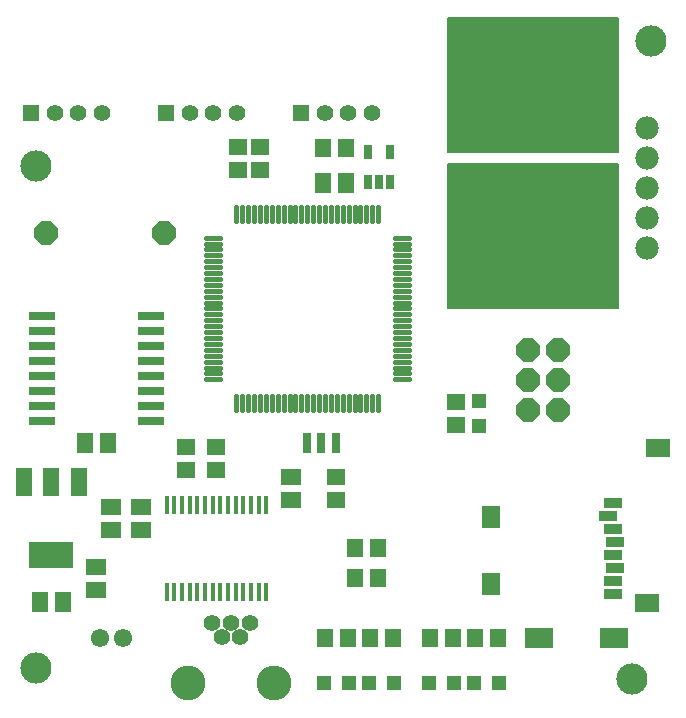
<source format=gts>
G75*
%MOIN*%
%OFA0B0*%
%FSLAX24Y24*%
%IPPOS*%
%LPD*%
%AMOC8*
5,1,8,0,0,1.08239X$1,22.5*
%
%ADD10C,0.0050*%
%ADD11C,0.1040*%
%ADD12R,0.0670X0.0552*%
%ADD13R,0.0552X0.0631*%
%ADD14R,0.0552X0.0670*%
%ADD15R,0.0906X0.0276*%
%ADD16C,0.0158*%
%ADD17R,0.0512X0.0512*%
%ADD18OC8,0.0800*%
%ADD19OC8,0.0780*%
%ADD20R,0.0177X0.0590*%
%ADD21R,0.0631X0.0552*%
%ADD22C,0.0555*%
%ADD23C,0.1162*%
%ADD24R,0.0520X0.0920*%
%ADD25R,0.1457X0.0906*%
%ADD26R,0.0591X0.0749*%
%ADD27R,0.0788X0.0591*%
%ADD28R,0.0631X0.0355*%
%ADD29R,0.0749X0.0670*%
%ADD30R,0.0257X0.0512*%
%ADD31R,0.0555X0.0555*%
%ADD32R,0.0316X0.0709*%
%ADD33C,0.0610*%
%ADD34C,0.2340*%
%ADD35R,0.0946X0.0670*%
%ADD36C,0.0780*%
D10*
X020558Y019000D02*
X020558Y023800D01*
X026215Y023800D01*
X026215Y019000D01*
X020558Y019000D01*
X020558Y019032D02*
X026215Y019032D01*
X026215Y019080D02*
X020558Y019080D01*
X020558Y019129D02*
X026215Y019129D01*
X026215Y019177D02*
X020558Y019177D01*
X020558Y019226D02*
X026215Y019226D01*
X026215Y019274D02*
X020558Y019274D01*
X020558Y019323D02*
X026215Y019323D01*
X026215Y019371D02*
X020558Y019371D01*
X020558Y019420D02*
X026215Y019420D01*
X026215Y019468D02*
X020558Y019468D01*
X020558Y019517D02*
X026215Y019517D01*
X026215Y019565D02*
X020558Y019565D01*
X020558Y019614D02*
X026215Y019614D01*
X026215Y019662D02*
X020558Y019662D01*
X020558Y019711D02*
X026215Y019711D01*
X026215Y019759D02*
X020558Y019759D01*
X020558Y019808D02*
X026215Y019808D01*
X026215Y019856D02*
X020558Y019856D01*
X020558Y019905D02*
X026215Y019905D01*
X026215Y019953D02*
X020558Y019953D01*
X020558Y020002D02*
X026215Y020002D01*
X026215Y020050D02*
X020558Y020050D01*
X020558Y020099D02*
X026215Y020099D01*
X026215Y020147D02*
X020558Y020147D01*
X020558Y020196D02*
X026215Y020196D01*
X026215Y020244D02*
X020558Y020244D01*
X020558Y020293D02*
X026215Y020293D01*
X026215Y020341D02*
X020558Y020341D01*
X020558Y020390D02*
X026215Y020390D01*
X026215Y020438D02*
X020558Y020438D01*
X020558Y020487D02*
X026215Y020487D01*
X026215Y020535D02*
X020558Y020535D01*
X020558Y020584D02*
X026215Y020584D01*
X026215Y020632D02*
X020558Y020632D01*
X020558Y020681D02*
X026215Y020681D01*
X026215Y020729D02*
X020558Y020729D01*
X020558Y020778D02*
X026215Y020778D01*
X026215Y020826D02*
X020558Y020826D01*
X020558Y020875D02*
X026215Y020875D01*
X026215Y020923D02*
X020558Y020923D01*
X020558Y020972D02*
X026215Y020972D01*
X026215Y021020D02*
X020558Y021020D01*
X020558Y021069D02*
X026215Y021069D01*
X026215Y021117D02*
X020558Y021117D01*
X020558Y021166D02*
X026215Y021166D01*
X026215Y021214D02*
X020558Y021214D01*
X020558Y021263D02*
X026215Y021263D01*
X026215Y021311D02*
X020558Y021311D01*
X020558Y021360D02*
X026215Y021360D01*
X026215Y021408D02*
X020558Y021408D01*
X020558Y021457D02*
X026215Y021457D01*
X026215Y021505D02*
X020558Y021505D01*
X020558Y021554D02*
X026215Y021554D01*
X026215Y021602D02*
X020558Y021602D01*
X020558Y021651D02*
X026215Y021651D01*
X026215Y021699D02*
X020558Y021699D01*
X020558Y021748D02*
X026215Y021748D01*
X026215Y021796D02*
X020558Y021796D01*
X020558Y021845D02*
X026215Y021845D01*
X026215Y021893D02*
X020558Y021893D01*
X020558Y021942D02*
X026215Y021942D01*
X026215Y021990D02*
X020558Y021990D01*
X020558Y022039D02*
X026215Y022039D01*
X026215Y022087D02*
X020558Y022087D01*
X020558Y022136D02*
X026215Y022136D01*
X026215Y022184D02*
X020558Y022184D01*
X020558Y022233D02*
X026215Y022233D01*
X026215Y022281D02*
X020558Y022281D01*
X020558Y022330D02*
X026215Y022330D01*
X026215Y022378D02*
X020558Y022378D01*
X020558Y022427D02*
X026215Y022427D01*
X026215Y022475D02*
X020558Y022475D01*
X020558Y022524D02*
X026215Y022524D01*
X026215Y022572D02*
X020558Y022572D01*
X020558Y022621D02*
X026215Y022621D01*
X026215Y022669D02*
X020558Y022669D01*
X020558Y022718D02*
X026215Y022718D01*
X026215Y022766D02*
X020558Y022766D01*
X020558Y022815D02*
X026215Y022815D01*
X026215Y022863D02*
X020558Y022863D01*
X020558Y022912D02*
X026215Y022912D01*
X026215Y022960D02*
X020558Y022960D01*
X020558Y023009D02*
X026215Y023009D01*
X026215Y023057D02*
X020558Y023057D01*
X020558Y023106D02*
X026215Y023106D01*
X026215Y023154D02*
X020558Y023154D01*
X020558Y023203D02*
X026215Y023203D01*
X026215Y023251D02*
X020558Y023251D01*
X020558Y023300D02*
X026215Y023300D01*
X026215Y023348D02*
X020558Y023348D01*
X020558Y023397D02*
X026215Y023397D01*
X026215Y023445D02*
X020558Y023445D01*
X020558Y023494D02*
X026215Y023494D01*
X026215Y023542D02*
X020558Y023542D01*
X020558Y023591D02*
X026215Y023591D01*
X026215Y023639D02*
X020558Y023639D01*
X020558Y023688D02*
X026215Y023688D01*
X026215Y023736D02*
X020558Y023736D01*
X020558Y023785D02*
X026215Y023785D01*
X026215Y024200D02*
X020558Y024200D01*
X020558Y026968D01*
X020553Y026968D01*
X020553Y028689D01*
X026215Y028689D01*
X026215Y024200D01*
X026215Y024221D02*
X020558Y024221D01*
X020558Y024270D02*
X026215Y024270D01*
X026215Y024318D02*
X020558Y024318D01*
X020558Y024367D02*
X026215Y024367D01*
X026215Y024415D02*
X020558Y024415D01*
X020558Y024464D02*
X026215Y024464D01*
X026215Y024512D02*
X020558Y024512D01*
X020558Y024561D02*
X026215Y024561D01*
X026215Y024609D02*
X020558Y024609D01*
X020558Y024658D02*
X026215Y024658D01*
X026215Y024706D02*
X020558Y024706D01*
X020558Y024755D02*
X026215Y024755D01*
X026215Y024803D02*
X020558Y024803D01*
X020558Y024852D02*
X026215Y024852D01*
X026215Y024900D02*
X020558Y024900D01*
X020558Y024949D02*
X026215Y024949D01*
X026215Y024997D02*
X020558Y024997D01*
X020558Y025046D02*
X026215Y025046D01*
X026215Y025094D02*
X020558Y025094D01*
X020558Y025143D02*
X026215Y025143D01*
X026215Y025191D02*
X020558Y025191D01*
X020558Y025240D02*
X026215Y025240D01*
X026215Y025288D02*
X020558Y025288D01*
X020558Y025337D02*
X026215Y025337D01*
X026215Y025385D02*
X020558Y025385D01*
X020558Y025434D02*
X026215Y025434D01*
X026215Y025482D02*
X020558Y025482D01*
X020558Y025531D02*
X026215Y025531D01*
X026215Y025579D02*
X020558Y025579D01*
X020558Y025628D02*
X026215Y025628D01*
X026215Y025676D02*
X020558Y025676D01*
X020558Y025725D02*
X026215Y025725D01*
X026215Y025773D02*
X020558Y025773D01*
X020558Y025822D02*
X026215Y025822D01*
X026215Y025870D02*
X020558Y025870D01*
X020558Y025919D02*
X026215Y025919D01*
X026215Y025967D02*
X020558Y025967D01*
X020558Y026016D02*
X026215Y026016D01*
X026215Y026064D02*
X020558Y026064D01*
X020558Y026113D02*
X026215Y026113D01*
X026215Y026161D02*
X020558Y026161D01*
X020558Y026210D02*
X026215Y026210D01*
X026215Y026258D02*
X020558Y026258D01*
X020558Y026307D02*
X026215Y026307D01*
X026215Y026355D02*
X020558Y026355D01*
X020558Y026404D02*
X026215Y026404D01*
X026215Y026452D02*
X020558Y026452D01*
X020558Y026501D02*
X026215Y026501D01*
X026215Y026549D02*
X020558Y026549D01*
X020558Y026598D02*
X026215Y026598D01*
X026215Y026646D02*
X020558Y026646D01*
X020558Y026695D02*
X026215Y026695D01*
X026215Y026743D02*
X020558Y026743D01*
X020558Y026792D02*
X026215Y026792D01*
X026215Y026840D02*
X020558Y026840D01*
X020558Y026889D02*
X026215Y026889D01*
X026215Y026937D02*
X020558Y026937D01*
X020553Y026986D02*
X026215Y026986D01*
X026215Y027034D02*
X020553Y027034D01*
X020553Y027083D02*
X026215Y027083D01*
X026215Y027131D02*
X020553Y027131D01*
X020553Y027180D02*
X026215Y027180D01*
X026215Y027228D02*
X020553Y027228D01*
X020553Y027277D02*
X026215Y027277D01*
X026215Y027325D02*
X020553Y027325D01*
X020553Y027374D02*
X026215Y027374D01*
X026215Y027422D02*
X020553Y027422D01*
X020553Y027471D02*
X026215Y027471D01*
X026215Y027519D02*
X020553Y027519D01*
X020553Y027568D02*
X026215Y027568D01*
X026215Y027616D02*
X020553Y027616D01*
X020553Y027665D02*
X026215Y027665D01*
X026215Y027713D02*
X020553Y027713D01*
X020553Y027762D02*
X026215Y027762D01*
X026215Y027810D02*
X020553Y027810D01*
X020553Y027859D02*
X026215Y027859D01*
X026215Y027907D02*
X020553Y027907D01*
X020553Y027956D02*
X026215Y027956D01*
X026215Y028004D02*
X020553Y028004D01*
X020553Y028053D02*
X026215Y028053D01*
X026215Y028101D02*
X020553Y028101D01*
X020553Y028150D02*
X026215Y028150D01*
X026215Y028198D02*
X020553Y028198D01*
X020553Y028247D02*
X026215Y028247D01*
X026215Y028295D02*
X020553Y028295D01*
X020553Y028344D02*
X026215Y028344D01*
X026215Y028392D02*
X020553Y028392D01*
X020553Y028441D02*
X026215Y028441D01*
X026215Y028489D02*
X020553Y028489D01*
X020553Y028538D02*
X026215Y028538D01*
X026215Y028586D02*
X020553Y028586D01*
X020553Y028635D02*
X026215Y028635D01*
X026215Y028683D02*
X020553Y028683D01*
D11*
X006833Y007000D03*
X006833Y023736D03*
X026683Y006650D03*
X027312Y027917D03*
D12*
X015333Y013394D03*
X015333Y012606D03*
X010333Y012394D03*
X010333Y011606D03*
X009333Y011606D03*
X009333Y012394D03*
X008833Y010394D03*
X008833Y009606D03*
D13*
X016459Y008000D03*
X017207Y008000D03*
X017959Y008000D03*
X018707Y008000D03*
X019959Y008000D03*
X020707Y008000D03*
X021459Y008000D03*
X022207Y008000D03*
X018207Y010000D03*
X017459Y010000D03*
X017459Y011000D03*
X018207Y011000D03*
X017136Y024346D03*
X016388Y024346D03*
D14*
X016369Y023189D03*
X017156Y023189D03*
X009227Y014500D03*
X008440Y014500D03*
X007727Y009200D03*
X006940Y009200D03*
D15*
X007022Y015250D03*
X007022Y015750D03*
X007022Y016250D03*
X007022Y016750D03*
X007022Y017250D03*
X007022Y017750D03*
X007022Y018250D03*
X007022Y018750D03*
X010644Y018750D03*
X010644Y018250D03*
X010644Y017750D03*
X010644Y017250D03*
X010644Y016750D03*
X010644Y016250D03*
X010644Y015750D03*
X010644Y015250D03*
D16*
X012475Y016638D02*
X012947Y016638D01*
X012947Y016835D02*
X012475Y016835D01*
X012475Y017031D02*
X012947Y017031D01*
X012947Y017228D02*
X012475Y017228D01*
X012475Y017425D02*
X012947Y017425D01*
X012947Y017622D02*
X012475Y017622D01*
X012475Y017819D02*
X012947Y017819D01*
X012947Y018016D02*
X012475Y018016D01*
X012475Y018213D02*
X012947Y018213D01*
X012947Y018409D02*
X012475Y018409D01*
X012475Y018606D02*
X012947Y018606D01*
X012947Y018803D02*
X012475Y018803D01*
X012475Y019000D02*
X012947Y019000D01*
X012947Y019197D02*
X012475Y019197D01*
X012475Y019394D02*
X012947Y019394D01*
X012947Y019591D02*
X012475Y019591D01*
X012475Y019787D02*
X012947Y019787D01*
X012947Y019984D02*
X012475Y019984D01*
X012475Y020181D02*
X012947Y020181D01*
X012947Y020378D02*
X012475Y020378D01*
X012475Y020575D02*
X012947Y020575D01*
X012947Y020772D02*
X012475Y020772D01*
X012475Y020969D02*
X012947Y020969D01*
X012947Y021165D02*
X012475Y021165D01*
X012475Y021362D02*
X012947Y021362D01*
X013499Y021914D02*
X013499Y022386D01*
X013696Y022386D02*
X013696Y021914D01*
X013892Y021914D02*
X013892Y022386D01*
X014089Y022386D02*
X014089Y021914D01*
X014286Y021914D02*
X014286Y022386D01*
X014483Y022386D02*
X014483Y021914D01*
X014680Y021914D02*
X014680Y022386D01*
X014877Y022386D02*
X014877Y021914D01*
X015073Y021914D02*
X015073Y022386D01*
X015270Y022386D02*
X015270Y021914D01*
X015467Y021914D02*
X015467Y022386D01*
X015664Y022386D02*
X015664Y021914D01*
X015861Y021914D02*
X015861Y022386D01*
X016058Y022386D02*
X016058Y021914D01*
X016255Y021914D02*
X016255Y022386D01*
X016451Y022386D02*
X016451Y021914D01*
X016648Y021914D02*
X016648Y022386D01*
X016845Y022386D02*
X016845Y021914D01*
X017042Y021914D02*
X017042Y022386D01*
X017239Y022386D02*
X017239Y021914D01*
X017436Y021914D02*
X017436Y022386D01*
X017633Y022386D02*
X017633Y021914D01*
X017829Y021914D02*
X017829Y022386D01*
X018026Y022386D02*
X018026Y021914D01*
X018223Y021914D02*
X018223Y022386D01*
X018774Y021362D02*
X019246Y021362D01*
X019246Y021165D02*
X018774Y021165D01*
X018774Y020969D02*
X019246Y020969D01*
X019246Y020772D02*
X018774Y020772D01*
X018774Y020575D02*
X019246Y020575D01*
X019246Y020378D02*
X018774Y020378D01*
X018774Y020181D02*
X019246Y020181D01*
X019246Y019984D02*
X018774Y019984D01*
X018774Y019787D02*
X019246Y019787D01*
X019246Y019591D02*
X018774Y019591D01*
X018774Y019394D02*
X019246Y019394D01*
X019246Y019197D02*
X018774Y019197D01*
X018774Y019000D02*
X019246Y019000D01*
X019246Y018803D02*
X018774Y018803D01*
X018774Y018606D02*
X019246Y018606D01*
X019246Y018409D02*
X018774Y018409D01*
X018774Y018213D02*
X019246Y018213D01*
X019246Y018016D02*
X018774Y018016D01*
X018774Y017819D02*
X019246Y017819D01*
X019246Y017622D02*
X018774Y017622D01*
X018774Y017425D02*
X019246Y017425D01*
X019246Y017228D02*
X018774Y017228D01*
X018774Y017031D02*
X019246Y017031D01*
X019246Y016835D02*
X018774Y016835D01*
X018774Y016638D02*
X019246Y016638D01*
X018223Y016086D02*
X018223Y015614D01*
X018026Y015614D02*
X018026Y016086D01*
X017829Y016086D02*
X017829Y015614D01*
X017633Y015614D02*
X017633Y016086D01*
X017436Y016086D02*
X017436Y015614D01*
X017239Y015614D02*
X017239Y016086D01*
X017042Y016086D02*
X017042Y015614D01*
X016845Y015614D02*
X016845Y016086D01*
X016648Y016086D02*
X016648Y015614D01*
X016451Y015614D02*
X016451Y016086D01*
X016255Y016086D02*
X016255Y015614D01*
X016058Y015614D02*
X016058Y016086D01*
X015861Y016086D02*
X015861Y015614D01*
X015664Y015614D02*
X015664Y016086D01*
X015467Y016086D02*
X015467Y015614D01*
X015270Y015614D02*
X015270Y016086D01*
X015073Y016086D02*
X015073Y015614D01*
X014877Y015614D02*
X014877Y016086D01*
X014680Y016086D02*
X014680Y015614D01*
X014483Y015614D02*
X014483Y016086D01*
X014286Y016086D02*
X014286Y015614D01*
X014089Y015614D02*
X014089Y016086D01*
X013892Y016086D02*
X013892Y015614D01*
X013696Y015614D02*
X013696Y016086D01*
X013499Y016086D02*
X013499Y015614D01*
D17*
X021597Y015913D03*
X021597Y015087D03*
X021420Y006500D03*
X020747Y006500D03*
X019920Y006500D03*
X018747Y006500D03*
X017920Y006500D03*
X017247Y006500D03*
X016420Y006500D03*
X022247Y006500D03*
D18*
X011093Y021500D03*
X007156Y021500D03*
D19*
X023233Y017600D03*
X023233Y016600D03*
X023233Y015600D03*
X024233Y015600D03*
X024233Y016600D03*
X024233Y017600D03*
D20*
X014497Y012439D03*
X014241Y012439D03*
X013985Y012439D03*
X013729Y012439D03*
X013473Y012439D03*
X013217Y012439D03*
X012961Y012439D03*
X012705Y012439D03*
X012449Y012439D03*
X012194Y012439D03*
X011938Y012439D03*
X011682Y012439D03*
X011426Y012439D03*
X011170Y012439D03*
X011170Y009561D03*
X011426Y009561D03*
X011682Y009561D03*
X011938Y009561D03*
X012194Y009561D03*
X012449Y009561D03*
X012705Y009561D03*
X012961Y009561D03*
X013217Y009561D03*
X013473Y009561D03*
X013729Y009561D03*
X013985Y009561D03*
X014241Y009561D03*
X014497Y009561D03*
D21*
X016833Y012626D03*
X016833Y013374D03*
X020833Y015126D03*
X020833Y015874D03*
X012833Y014374D03*
X012833Y013626D03*
X011833Y013626D03*
X011833Y014374D03*
X013552Y023626D03*
X014295Y023626D03*
X014295Y024374D03*
X013552Y024374D03*
D22*
X013514Y025500D03*
X012727Y025500D03*
X011940Y025500D03*
X009014Y025500D03*
X008227Y025500D03*
X007440Y025500D03*
X016440Y025500D03*
X017227Y025500D03*
X018014Y025500D03*
X013948Y008508D03*
X013633Y008035D03*
X013318Y008508D03*
X013003Y008035D03*
X012688Y008508D03*
D23*
X011881Y006500D03*
X014755Y006500D03*
D24*
X008243Y013220D03*
X007333Y013220D03*
X006423Y013220D03*
D25*
X007333Y010780D03*
D26*
X021991Y009807D03*
X021991Y012051D03*
D27*
X027168Y009177D03*
X027562Y014354D03*
D28*
X026046Y012520D03*
X025888Y012087D03*
X026046Y011654D03*
X026125Y011220D03*
X026046Y010787D03*
X026125Y010354D03*
X026046Y009921D03*
X026046Y009488D03*
D29*
X023333Y023449D03*
X023333Y024551D03*
D30*
X018633Y024232D03*
X017885Y024232D03*
X017885Y023209D03*
X018259Y023209D03*
X018633Y023209D03*
D31*
X015652Y025500D03*
X011152Y025500D03*
X006652Y025500D03*
D32*
X015861Y014500D03*
X016333Y014500D03*
X016806Y014500D03*
D33*
X009727Y008000D03*
X008940Y008000D03*
D34*
X023333Y021000D03*
X023333Y027000D03*
D35*
X023593Y008000D03*
X026073Y008000D03*
D36*
X027183Y021000D03*
X027183Y022000D03*
X027183Y023000D03*
X027183Y024000D03*
X027183Y025000D03*
M02*

</source>
